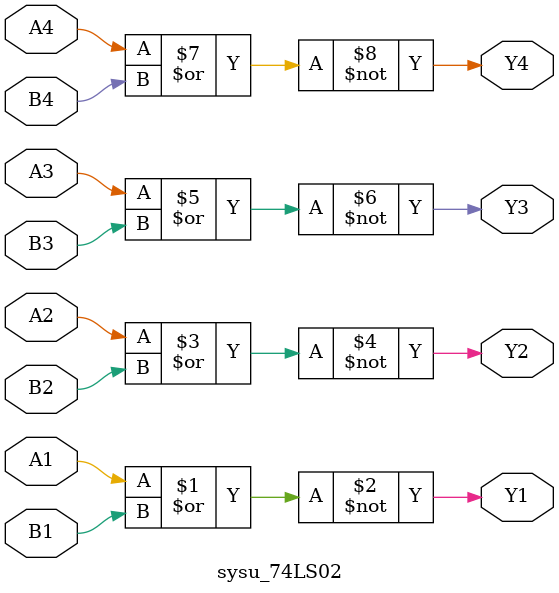
<source format=v>
`timescale 1ns / 1ps


module sysu_74LS02 #(parameter Delay = 0)(
    input wire A1,B1,A2,B2,A3,B3,A4,B4,
    output wire Y1,Y2,Y3,Y4
    );
    
    nor #Delay (Y1,A1,B1);
    nor #Delay (Y2,A2,B2);
    nor #Delay (Y3,A3,B3);
    nor #Delay (Y4,A4,B4);
    
endmodule
</source>
